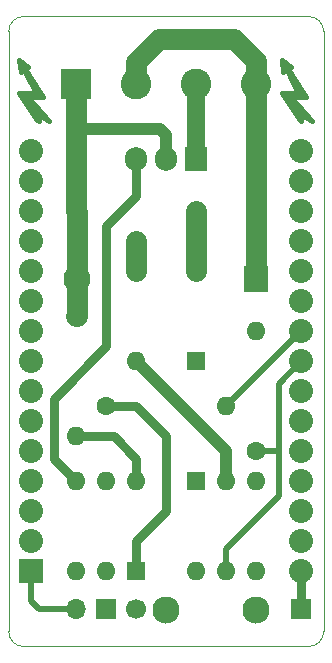
<source format=gbr>
%TF.GenerationSoftware,KiCad,Pcbnew,5.1.5+dfsg1-2~bpo10+1*%
%TF.CreationDate,2020-10-04T09:49:28+00:00*%
%TF.ProjectId,PWR,5057522e-6b69-4636-9164-5f7063625858,rev?*%
%TF.SameCoordinates,Original*%
%TF.FileFunction,Copper,L2,Bot*%
%TF.FilePolarity,Positive*%
%FSLAX45Y45*%
G04 Gerber Fmt 4.5, Leading zero omitted, Abs format (unit mm)*
G04 Created by KiCad (PCBNEW 5.1.5+dfsg1-2~bpo10+1) date 2020-10-04 09:49:28*
%MOMM*%
%LPD*%
G04 APERTURE LIST*
%ADD10C,0.120000*%
%ADD11C,0.381000*%
%ADD12O,1.600000X1.600000*%
%ADD13R,1.600000X1.600000*%
%ADD14R,1.700000X1.700000*%
%ADD15C,1.700000*%
%ADD16C,2.032000*%
%ADD17R,2.032000X2.032000*%
%ADD18O,1.700000X1.700000*%
%ADD19C,2.300000*%
%ADD20R,2.000000X2.300000*%
%ADD21C,1.600000*%
%ADD22O,1.905000X2.000000*%
%ADD23R,1.905000X2.000000*%
%ADD24C,2.600000*%
%ADD25R,2.600000X2.600000*%
%ADD26C,1.750000*%
%ADD27C,1.000000*%
%ADD28C,0.750000*%
%ADD29C,0.500000*%
%ADD30C,1.500000*%
%ADD31C,0.350000*%
G04 APERTURE END LIST*
D10*
X2476500Y-508000D02*
G75*
G02X2349500Y-635000I-127000J0D01*
G01*
X-190500Y4572000D02*
G75*
G02X-63500Y4699000I127000J0D01*
G01*
X-63500Y-635000D02*
G75*
G02X-190500Y-508000I0J127000D01*
G01*
X2349500Y4699000D02*
G75*
G02X2476500Y4572000I0J-127000D01*
G01*
X-190500Y4572000D02*
X-190500Y-508000D01*
X2349500Y4699000D02*
X-63500Y4699000D01*
X2476500Y-508000D02*
X2476500Y4572000D01*
X-63500Y-635000D02*
X2349500Y-635000D01*
D11*
X-76200Y4279900D02*
X-88900Y4229100D01*
X38100Y4051300D02*
X-76200Y4279900D01*
X-101600Y4051300D02*
X38100Y4051300D01*
X50800Y3822700D02*
X-101600Y4051300D01*
X76200Y3860800D02*
X63500Y3810000D01*
X152400Y3810000D02*
X76200Y3860800D01*
X-25400Y4013200D02*
X152400Y3810000D01*
X101600Y4013200D02*
X-25400Y4013200D01*
X-76200Y4292600D02*
X101600Y4013200D01*
X-25400Y4267200D02*
X-76200Y4292600D01*
X-101600Y4330700D02*
X-25400Y4267200D01*
X-88900Y4229100D02*
X-101600Y4330700D01*
X-63500Y4038600D02*
X63500Y4038600D01*
X76200Y3848100D02*
X-63500Y4038600D01*
X2146300Y4279900D02*
X2133600Y4229100D01*
X2260600Y4051300D02*
X2146300Y4279900D01*
X2120900Y4051300D02*
X2260600Y4051300D01*
X2273300Y3822700D02*
X2120900Y4051300D01*
X2298700Y3860800D02*
X2286000Y3810000D01*
X2374900Y3810000D02*
X2298700Y3860800D01*
X2197100Y4013200D02*
X2374900Y3810000D01*
X2324100Y4013200D02*
X2197100Y4013200D01*
X2146300Y4292600D02*
X2324100Y4013200D01*
X2197100Y4267200D02*
X2146300Y4292600D01*
X2120900Y4330700D02*
X2197100Y4267200D01*
X2133600Y4229100D02*
X2120900Y4330700D01*
X2159000Y4038600D02*
X2286000Y4038600D01*
X2298700Y3848100D02*
X2159000Y4038600D01*
D12*
X1397000Y0D03*
X1905000Y762000D03*
X1651000Y0D03*
X1651000Y762000D03*
X1905000Y0D03*
D13*
X1397000Y762000D03*
D14*
X2286000Y-317500D03*
D15*
X889000Y-317500D03*
D16*
X2286000Y254000D03*
X2286000Y762000D03*
X2286000Y508000D03*
X2286000Y2540000D03*
X2286000Y2286000D03*
X2286000Y1778000D03*
X2286000Y2032000D03*
X2286000Y3556000D03*
X2286000Y1524000D03*
X2286000Y1016000D03*
X2286000Y1270000D03*
X2286000Y2794000D03*
X2286000Y3302000D03*
X2286000Y3048000D03*
X2286000Y0D03*
X0Y3556000D03*
X0Y3302000D03*
X0Y3048000D03*
X0Y2794000D03*
X0Y2540000D03*
X0Y2286000D03*
X0Y2032000D03*
X0Y1778000D03*
X0Y1524000D03*
X0Y1270000D03*
X0Y1016000D03*
X0Y762000D03*
X0Y508000D03*
X0Y254000D03*
D17*
X0Y0D03*
D18*
X381000Y-317500D03*
D14*
X635000Y-317500D03*
D19*
X1145000Y-323500D03*
X385000Y2476500D03*
D20*
X1905000Y2476500D03*
D19*
X1905000Y-323500D03*
D12*
X1905000Y2032000D03*
D21*
X1905000Y1016000D03*
X635000Y1397000D03*
D12*
X1651000Y1397000D03*
X889000Y2794000D03*
D21*
X1905000Y2794000D03*
D12*
X381000Y1143000D03*
D21*
X381000Y2159000D03*
D12*
X1397000Y3048000D03*
D21*
X381000Y3048000D03*
D13*
X1397000Y1778000D03*
D12*
X889000Y2540000D03*
X889000Y1778000D03*
X1397000Y2540000D03*
X889000Y762000D03*
X381000Y0D03*
X635000Y762000D03*
X635000Y0D03*
X381000Y762000D03*
D13*
X889000Y0D03*
D22*
X889000Y3492500D03*
X1143000Y3492500D03*
D23*
X1397000Y3492500D03*
D24*
X1905000Y4127500D03*
X1397000Y4127500D03*
X889000Y4127500D03*
D25*
X381000Y4127500D03*
D26*
X1905000Y2476500D02*
X1905000Y2794000D01*
X1905000Y2794000D02*
X1905000Y4127500D01*
X1083151Y4505499D02*
X1717501Y4505499D01*
X1717501Y4505499D02*
X1905000Y4318000D01*
X889000Y4127500D02*
X889000Y4311348D01*
X1905000Y4318000D02*
X1905000Y4127500D01*
X889000Y4311348D02*
X1083151Y4505499D01*
X385000Y2476500D02*
X385000Y3044000D01*
X385000Y2476500D02*
X385000Y2163000D01*
X385000Y2163000D02*
X381000Y2159000D01*
D27*
X1089000Y3746500D02*
X381000Y3746500D01*
X1143000Y3692500D02*
X1089000Y3746500D01*
X1143000Y3492500D02*
X1143000Y3692500D01*
D26*
X381000Y4127500D02*
X381000Y3746500D01*
X381000Y3746500D02*
X381000Y3048000D01*
X889000Y2794000D02*
X889000Y2540000D01*
D27*
X1651000Y1016000D02*
X1270000Y1397000D01*
X1270000Y1397000D02*
X889000Y1778000D01*
X1651000Y762000D02*
X1651000Y1016000D01*
D26*
X1397000Y3048000D02*
X1397000Y2540000D01*
D28*
X889000Y3175000D02*
X889000Y3492500D01*
X381000Y762000D02*
X190500Y952500D01*
X889000Y3175000D02*
X635000Y2921000D01*
X635000Y2921000D02*
X635000Y1905000D01*
X635000Y1905000D02*
X190500Y1460500D01*
X190500Y952500D02*
X190500Y1460500D01*
X889000Y762000D02*
X889000Y952500D01*
X698500Y1143000D02*
X381000Y1143000D01*
X889000Y952500D02*
X698500Y1143000D01*
X889000Y254000D02*
X889000Y0D01*
X1143000Y508000D02*
X889000Y254000D01*
X1143000Y1143000D02*
X1143000Y508000D01*
X889000Y1397000D02*
X1143000Y1143000D01*
X635000Y1397000D02*
X889000Y1397000D01*
D29*
X2286000Y1778000D02*
X2095500Y1587500D01*
X2095500Y635000D02*
X1651000Y190500D01*
X1651000Y190500D02*
X1651000Y0D01*
X1905000Y1016000D02*
X2095500Y1016000D01*
X2095500Y1587500D02*
X2095500Y1016000D01*
X2095500Y1016000D02*
X2095500Y635000D01*
X2286000Y2032000D02*
X1651000Y1397000D01*
D30*
X1397000Y3492500D02*
X1397000Y3692500D01*
X1397000Y3692500D02*
X1397000Y4127500D01*
D27*
X1397000Y3492500D02*
X1397000Y4127500D01*
D29*
X381000Y-317500D02*
X63500Y-317500D01*
X63500Y-317500D02*
X0Y-254000D01*
X0Y-254000D02*
X0Y0D01*
D28*
X2286000Y-317500D02*
X2286000Y0D01*
D31*
X1397000Y0D03*
X1905000Y762000D03*
X1651000Y0D03*
X1651000Y762000D03*
X1905000Y0D03*
X1397000Y762000D03*
X2286000Y-317500D03*
X889000Y-317500D03*
X2286000Y254000D03*
X2286000Y762000D03*
X2286000Y508000D03*
X2286000Y2540000D03*
X2286000Y2286000D03*
X2286000Y1778000D03*
X2286000Y2032000D03*
X2286000Y3556000D03*
X2286000Y1524000D03*
X2286000Y1016000D03*
X2286000Y1270000D03*
X2286000Y2794000D03*
X2286000Y3302000D03*
X2286000Y3048000D03*
X2286000Y0D03*
X0Y3556000D03*
X0Y3302000D03*
X0Y3048000D03*
X0Y2794000D03*
X0Y2540000D03*
X0Y2286000D03*
X0Y2032000D03*
X0Y1778000D03*
X0Y1524000D03*
X0Y1270000D03*
X0Y1016000D03*
X0Y762000D03*
X0Y508000D03*
X0Y254000D03*
X0Y0D03*
X381000Y-317500D03*
X635000Y-317500D03*
X1145000Y-323500D03*
X385000Y2476500D03*
X1905000Y2476500D03*
X1905000Y-323500D03*
X1905000Y2032000D03*
X1905000Y1016000D03*
X635000Y1397000D03*
X1651000Y1397000D03*
X889000Y2794000D03*
X1905000Y2794000D03*
X381000Y1143000D03*
X381000Y2159000D03*
X1397000Y3048000D03*
X381000Y3048000D03*
X1397000Y1778000D03*
X889000Y2540000D03*
X889000Y1778000D03*
X1397000Y2540000D03*
X889000Y762000D03*
X381000Y0D03*
X635000Y762000D03*
X635000Y0D03*
X381000Y762000D03*
X889000Y0D03*
X889000Y3492500D03*
X1143000Y3492500D03*
X1397000Y3492500D03*
X1905000Y4127500D03*
X1397000Y4127500D03*
X889000Y4127500D03*
X381000Y4127500D03*
M02*

</source>
